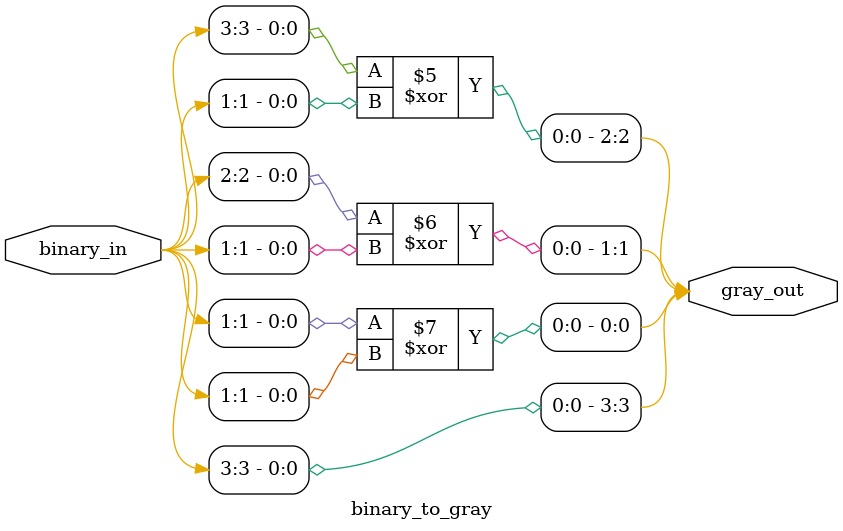
<source format=sv>
module binary_to_gray(
  input [3:0] binary_in,
  output reg [3:0] gray_out
);
  always@(*)begin
    gray_out[3]= binary_in[3]; //MSB remains the same
    for(integer i= 2; i >=0; i= i-1)begin
      gray_out[i]= binary_in[i+1] ^ binary_in[1];
    end
  end
  
endmodule

</source>
